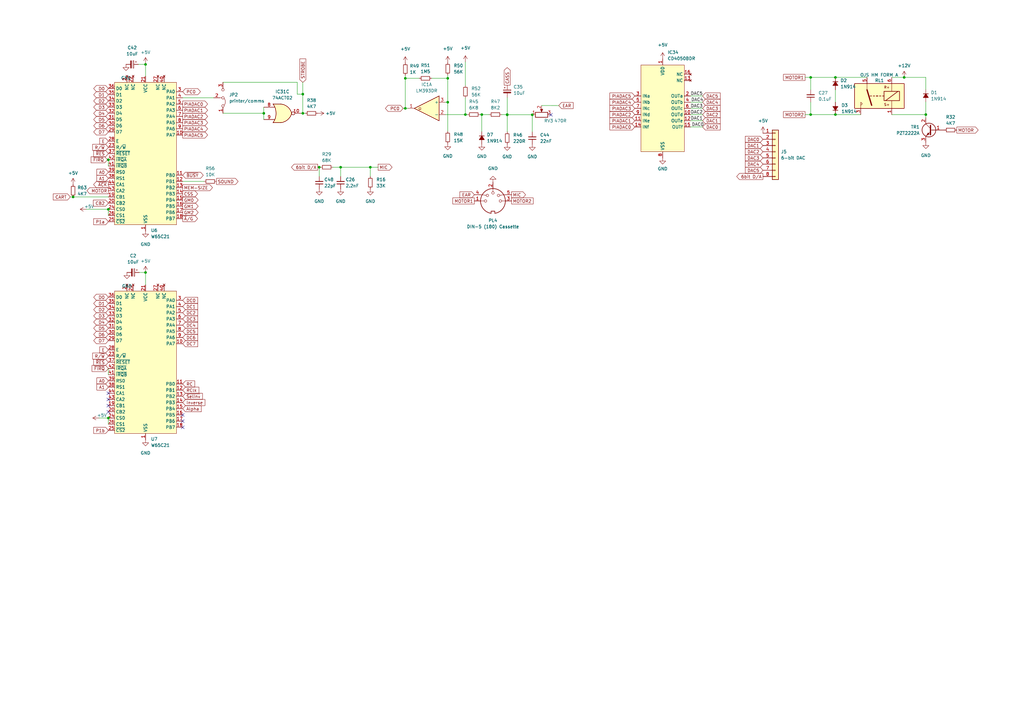
<source format=kicad_sch>
(kicad_sch (version 20230121) (generator eeschema)
  (paper "A3")
  (title_block (title "Dragon 32 CPU UK PAL") (date "2023-05-25") (rev "3.0") (company "Dragon Data") (comment 1 "Modified by Julian Brown") (comment 2 "SAMx4 by Ciaran Anscomb"))
  (lib_symbols
    (symbol "74xx:74LS02" (pin_names (offset 1.016))
      (property "Reference" "U" (at 0 1.27 0))
      (property "Value" "74LS02" (at 0 -1.27 0))
      (symbol "74LS02_1_1"
        (pin output inverted (at 7.62 0 180) (length 3.81) (name "~") (number "1"))
        (pin input line (at -7.62 2.54 0) (length 4.318) (name "~") (number "2"))
        (pin input line (at -7.62 -2.54 0) (length 4.318) (name "~") (number "3"))
      )
      (symbol "74LS02_1_2"
        (pin output line (at 7.62 0 180) (length 3.81) (name "~") (number "1"))
        (pin input inverted (at -7.62 2.54 0) (length 3.81) (name "~") (number "2"))
        (pin input inverted (at -7.62 -2.54 0) (length 3.81) (name "~") (number "3"))
      )
      (symbol "74LS02_2_1"
        (pin output inverted (at 7.62 0 180) (length 3.81) (name "~") (number "4"))
        (pin input line (at -7.62 2.54 0) (length 4.318) (name "~") (number "5"))
        (pin input line (at -7.62 -2.54 0) (length 4.318) (name "~") (number "6"))
      )
      (symbol "74LS02_2_2"
        (pin output line (at 7.62 0 180) (length 3.81) (name "~") (number "4"))
        (pin input inverted (at -7.62 2.54 0) (length 3.81) (name "~") (number "5"))
        (pin input inverted (at -7.62 -2.54 0) (length 3.81) (name "~") (number "6"))
      )
      (symbol "74LS02_3_1"
        (pin output inverted (at 7.62 0 180) (length 3.81) (name "~") (number "10"))
        (pin input line (at -7.62 2.54 0) (length 4.318) (name "~") (number "8"))
        (pin input line (at -7.62 -2.54 0) (length 4.318) (name "~") (number "9"))
      )
      (symbol "74LS02_3_2"
        (pin output line (at 7.62 0 180) (length 3.81) (name "~") (number "10"))
        (pin input inverted (at -7.62 2.54 0) (length 3.81) (name "~") (number "8"))
        (pin input inverted (at -7.62 -2.54 0) (length 3.81) (name "~") (number "9"))
      )
      (symbol "74LS02_4_1"
        (pin input line (at -7.62 2.54 0) (length 4.318) (name "~") (number "11"))
        (pin input line (at -7.62 -2.54 0) (length 4.318) (name "~") (number "12"))
        (pin output inverted (at 7.62 0 180) (length 3.81) (name "~") (number "13"))
      )
      (symbol "74LS02_4_2"
        (pin input inverted (at -7.62 2.54 0) (length 3.81) (name "~") (number "11"))
        (pin input inverted (at -7.62 -2.54 0) (length 3.81) (name "~") (number "12"))
        (pin output line (at 7.62 0 180) (length 3.81) (name "~") (number "13"))
      )
      (symbol "74LS02_5_0"
        (pin power_in line (at 0 12.7 270) (length 5.08) (name "VCC") (number "14"))
        (pin power_in line (at 0 -12.7 90) (length 5.08) (name "GND") (number "7"))
      )
    )
    (symbol "Comparator:LM393" (pin_names (offset 0.127))
      (property "Reference" "U" (at 3.81 3.81 0))
      (property "Value" "LM393" (at 6.35 -3.81 0))
      (symbol "LM393_1_1"
        (pin open_collector line (at 7.62 0 180) (length 2.54) (name "~") (number "1"))
        (pin input line (at -7.62 -2.54 0) (length 2.54) (name "-") (number "2"))
        (pin input line (at -7.62 2.54 0) (length 2.54) (name "+") (number "3"))
      )
      (symbol "LM393_2_1"
        (pin input line (at -7.62 2.54 0) (length 2.54) (name "+") (number "5"))
        (pin input line (at -7.62 -2.54 0) (length 2.54) (name "_") (number "6"))
        (pin open_collector line (at 7.62 0 180) (length 2.54) (name "~") (number "7"))
      )
      (symbol "LM393_3_1"
        (pin power_in line (at -2.54 -7.62 90) (length 3.81) (name "V-") (number "4"))
        (pin power_in line (at -2.54 7.62 270) (length 3.81) (name "V+") (number "8"))
      )
    )
    (symbol "Connector:DIN-5_180degree" (pin_names (offset 1.016))
      (property "Reference" "J" (at 3.175 5.715 0))
      (property "Value" "DIN-5_180degree" (at 0 -6.35 0))
      (symbol "DIN-5_180degree_1_1"
        (pin passive line (at -7.62 0 0) (length 2.54) (name "~") (number "1"))
        (pin passive line (at 0 7.62 270) (length 2.54) (name "~") (number "2"))
        (pin passive line (at 7.62 0 180) (length 2.54) (name "~") (number "3"))
        (pin passive line (at -7.62 2.54 0) (length 2.54) (name "~") (number "4"))
        (pin passive line (at 7.62 2.54 180) (length 2.54) (name "~") (number "5"))
      )
    )
    (symbol "Connector_Generic:Conn_01x08" (pin_names (offset 1.016) hide)
      (property "Reference" "J" (at 0 10.16 0))
      (property "Value" "Conn_01x08" (at 0 -12.7 0))
      (symbol "Conn_01x08_1_1"
        (pin passive line (at -5.08 7.62 0) (length 3.81) (name "Pin_1") (number "1"))
        (pin passive line (at -5.08 5.08 0) (length 3.81) (name "Pin_2") (number "2"))
        (pin passive line (at -5.08 2.54 0) (length 3.81) (name "Pin_3") (number "3"))
        (pin passive line (at -5.08 0 0) (length 3.81) (name "Pin_4") (number "4"))
        (pin passive line (at -5.08 -2.54 0) (length 3.81) (name "Pin_5") (number "5"))
        (pin passive line (at -5.08 -5.08 0) (length 3.81) (name "Pin_6") (number "6"))
        (pin passive line (at -5.08 -7.62 0) (length 3.81) (name "Pin_7") (number "7"))
        (pin passive line (at -5.08 -10.16 0) (length 3.81) (name "Pin_8") (number "8"))
      )
    )
    (symbol "Device:C_Polarized_Small" (pin_numbers hide) (pin_names (offset 0.254) hide)
      (property "Reference" "C" (at 0.254 1.778 0))
      (property "Value" "C_Polarized_Small" (at 0.254 -2.032 0))
      (symbol "C_Polarized_Small_1_1"
        (pin passive line (at 0 2.54 270) (length 1.8542) (name "~") (number "1"))
        (pin passive line (at 0 -2.54 90) (length 1.8542) (name "~") (number "2"))
      )
    )
    (symbol "Device:C_Small" (pin_numbers hide) (pin_names (offset 0.254) hide)
      (property "Reference" "C" (at 0.254 1.778 0))
      (property "Value" "C_Small" (at 0.254 -2.032 0))
      (symbol "C_Small_1_1"
        (pin passive line (at 0 2.54 270) (length 2.032) (name "~") (number "1"))
        (pin passive line (at 0 -2.54 90) (length 2.032) (name "~") (number "2"))
      )
    )
    (symbol "Device:D_Small_Filled" (pin_numbers hide) (pin_names (offset 0.254) hide)
      (property "Reference" "D" (at -1.27 2.032 0))
      (property "Value" "D_Small_Filled" (at -3.81 -2.032 0))
      (symbol "D_Small_Filled_1_1"
        (pin passive line (at -2.54 0 0) (length 1.778) (name "K") (number "1"))
        (pin passive line (at 2.54 0 180) (length 1.778) (name "A") (number "2"))
      )
    )
    (symbol "Device:R_Potentiometer" (pin_names (offset 1.016) hide)
      (property "Reference" "RV" (at -4.445 0 90))
      (property "Value" "R_Potentiometer" (at -2.54 0 90))
      (symbol "R_Potentiometer_1_1"
        (pin passive line (at 0 3.81 270) (length 1.27) (name "1") (number "1"))
        (pin passive line (at 3.81 0 180) (length 1.27) (name "2") (number "2"))
        (pin passive line (at 0 -3.81 90) (length 1.27) (name "3") (number "3"))
      )
    )
    (symbol "Device:R_Small" (pin_numbers hide) (pin_names (offset 0.254) hide)
      (property "Reference" "R" (at 0.762 0.508 0))
      (property "Value" "R_Small" (at 0.762 -1.016 0))
      (symbol "R_Small_1_1"
        (pin passive line (at 0 2.54 270) (length 0.762) (name "~") (number "1"))
        (pin passive line (at 0 -2.54 90) (length 0.762) (name "~") (number "2"))
      )
    )
    (symbol "Jumper:Jumper_3_Bridged12" (pin_names (offset 0) hide)
      (property "Reference" "JP" (at -2.54 -2.54 0))
      (property "Value" "Jumper_3_Bridged12" (at 0 2.794 0))
      (symbol "Jumper_3_Bridged12_1_1"
        (pin passive line (at -6.35 0 0) (length 2.54) (name "A") (number "1"))
        (pin input line (at 0 -3.81 90) (length 2.54) (name "C") (number "2"))
        (pin passive line (at 6.35 0 180) (length 2.54) (name "B") (number "3"))
      )
    )
    (symbol "Motorola PIA:MC14050BCP"
      (property "Reference" "U" (at 0 8.89 0))
      (property "Value" "MC14050BCP" (at 0 -10.16 0))
      (symbol "MC14050BCP_1_1"
        (pin power_in line (at 0 20.32 270) (length 2.54) (name "VDD") (number "1"))
        (pin output line (at 11.43 -2.54 180) (length 2.54) (name "OUTd") (number "10"))
        (pin input line (at -11.43 -5.08 0) (length 2.54) (name "INe") (number "11"))
        (pin output line (at 11.43 -5.08 180) (length 2.54) (name "OUTe") (number "12"))
        (pin no_connect line (at 11.43 11.43 180) (length 2.54) (name "NC") (number "13"))
        (pin input line (at -11.43 -7.62 0) (length 2.54) (name "INf") (number "14"))
        (pin output line (at 11.43 -7.62 180) (length 2.54) (name "OUTf") (number "15"))
        (pin no_connect line (at 11.43 13.97 180) (length 2.54) (name "NC") (number "16"))
        (pin output line (at 11.43 5.08 180) (length 2.54) (name "OUTa") (number "2"))
        (pin input line (at -11.43 5.08 0) (length 2.54) (name "INa") (number "3"))
        (pin output line (at 11.43 2.54 180) (length 2.54) (name "OUTb") (number "4"))
        (pin input line (at -11.43 2.54 0) (length 2.54) (name "INb") (number "5"))
        (pin output line (at 11.43 0 180) (length 2.54) (name "OUTc") (number "6"))
        (pin input line (at -11.43 0 0) (length 2.54) (name "INc") (number "7"))
        (pin power_in line (at 0 -20.32 90) (length 2.54) (name "VSS") (number "8"))
        (pin input line (at -11.43 -2.54 0) (length 2.54) (name "INd") (number "9"))
      )
    )
    (symbol "Motorola PIA:W65C21"
      (property "Reference" "U" (at 0 1.27 0))
      (property "Value" "W65C21" (at 0 -1.27 0))
      (symbol "W65C21_1_0"
        (pin output line (at -15.24 -3.81 0) (length 2.54) (name "~{IRQB}") (number "41"))
        (pin output line (at -15.24 -1.27 0) (length 2.54) (name "~{IRQA}") (number "42"))
        (pin input line (at -15.24 -13.97 0) (length 2.54) (name "CA2") (number "43"))
        (pin input line (at -15.24 -11.43 0) (length 2.54) (name "CA1") (number "44"))
      )
      (symbol "W65C21_1_1"
        (pin passive line (at 0 -30.48 90) (length 2.54) (name "VSS") (number "1"))
        (pin bidirectional line (at 15.24 8.89 180) (length 2.54) (name "PA7") (number "10"))
        (pin bidirectional line (at 15.24 -7.62 180) (length 2.54) (name "PB0") (number "11"))
        (pin bidirectional line (at 15.24 -10.16 180) (length 2.54) (name "PB1") (number "12"))
        (pin bidirectional line (at 15.24 -12.7 180) (length 2.54) (name "PB2") (number "13"))
        (pin bidirectional line (at 15.24 -15.24 180) (length 2.54) (name "PB3") (number "14"))
        (pin bidirectional line (at 15.24 -17.78 180) (length 2.54) (name "PB4") (number "15"))
        (pin bidirectional line (at 15.24 -20.32 180) (length 2.54) (name "PB5") (number "16"))
        (pin bidirectional line (at 15.24 -22.86 180) (length 2.54) (name "PB6") (number "17"))
        (pin bidirectional line (at 15.24 -25.4 180) (length 2.54) (name "PB7") (number "18"))
        (pin input line (at -15.24 -16.51 0) (length 2.54) (name "CB1") (number "19"))
        (pin no_connect line (at -7.62 33.02 270) (length 2.54) (name "NC") (number "2"))
        (pin input line (at -15.24 -19.05 0) (length 2.54) (name "CB2") (number "20"))
        (pin passive line (at 0 33.02 270) (length 2.54) (name "VCC") (number "21"))
        (pin no_connect line (at -5.08 33.02 270) (length 2.54) (name "NC") (number "22"))
        (pin input line (at -15.24 3.81 0) (length 2.54) (name "R/~{W}") (number "23"))
        (pin input line (at -15.24 -21.59 0) (length 2.54) (name "CS0") (number "24"))
        (pin input line (at -15.24 -26.67 0) (length 2.54) (name "~{CS2}") (number "25"))
        (pin input line (at -15.24 -24.13 0) (length 2.54) (name "CS1") (number "26"))
        (pin no_connect line (at 5.08 33.02 270) (length 2.54) (name "NC") (number "27"))
        (pin input line (at -15.24 6.35 0) (length 2.54) (name "E") (number "28"))
        (pin bidirectional line (at -15.24 10.16 0) (length 2.54) (name "D7") (number "29"))
        (pin bidirectional line (at 15.24 26.67 180) (length 2.54) (name "PA0") (number "3"))
        (pin bidirectional line (at -15.24 12.7 0) (length 2.54) (name "D6") (number "30"))
        (pin bidirectional line (at -15.24 15.24 0) (length 2.54) (name "D5") (number "31"))
        (pin bidirectional line (at -15.24 17.78 0) (length 2.54) (name "D4") (number "32"))
        (pin bidirectional line (at -15.24 20.32 0) (length 2.54) (name "D3") (number "33"))
        (pin bidirectional line (at -15.24 22.86 0) (length 2.54) (name "D2") (number "34"))
        (pin bidirectional line (at -15.24 25.4 0) (length 2.54) (name "D1") (number "35"))
        (pin bidirectional line (at -15.24 27.94 0) (length 2.54) (name "D0") (number "36"))
        (pin input line (at -15.24 1.27 0) (length 2.54) (name "~{RESET}") (number "37"))
        (pin input line (at -15.24 -8.89 0) (length 2.54) (name "RS1") (number "38"))
        (pin input line (at -15.24 -6.35 0) (length 2.54) (name "RS0") (number "39"))
        (pin bidirectional line (at 15.24 24.13 180) (length 2.54) (name "PA1") (number "4"))
        (pin no_connect line (at 7.62 33.02 270) (length 2.54) (name "NC") (number "40"))
        (pin bidirectional line (at 15.24 21.59 180) (length 2.54) (name "PA2") (number "5"))
        (pin bidirectional line (at 15.24 19.05 180) (length 2.54) (name "PA3") (number "6"))
        (pin bidirectional line (at 15.24 16.51 180) (length 2.54) (name "PA4") (number "7"))
        (pin bidirectional line (at 15.24 13.97 180) (length 2.54) (name "PA5") (number "8"))
        (pin bidirectional line (at 15.24 11.43 180) (length 2.54) (name "PA6") (number "9"))
      )
    )
    (symbol "Relay:ADW11"
      (property "Reference" "K" (at 11.43 3.81 0))
      (property "Value" "ADW11" (at 13.97 1.27 0))
      (symbol "ADW11_1_1"
        (text "R+" (at -3.048 -3.556 0) (effects (font (size 1.016 1.016))))
        (text "S+" (at -3.048 3.556 0) (effects (font (size 1.016 1.016))))
        (pin passive line (at -5.08 7.62 270) (length 2.54) (name "~") (number "1"))
        (pin passive line (at 7.62 7.62 270) (length 2.54) (name "~") (number "3"))
        (pin passive line (at 5.08 -7.62 90) (length 2.54) (name "~") (number "5"))
        (pin passive line (at -5.08 -7.62 90) (length 2.54) (name "~") (number "6"))
      )
    )
    (symbol "Transistor_BJT:PZT2222A" (pin_names (offset 0) hide)
      (property "Reference" "Q" (at 5.08 1.905 0))
      (property "Value" "PZT2222A" (at 5.08 0 0))
      (symbol "PZT2222A_1_1"
        (pin input line (at -5.08 0 0) (length 5.08) (name "B") (number "1"))
        (pin passive line (at 2.54 5.08 270) (length 2.54) (name "C") (number "2"))
        (pin passive line (at 2.54 -5.08 90) (length 2.54) (name "E") (number "3"))
      )
    )
    (symbol "power:+12V" (power) (pin_names (offset 0))
      (property "Value" "+12V" (at 0 3.556 0))
      (symbol "+12V_1_1"
        (pin power_in line (at 0 0 90) (length 0) hide (name "+12V") (number "1"))
      )
    )
    (symbol "power:+5V" (power) (pin_names (offset 0))
      (property "Value" "+5V" (at 0 3.556 0))
      (symbol "+5V_1_1"
        (pin power_in line (at 0 0 90) (length 0) hide (name "+5V") (number "1"))
      )
    )
    (symbol "power:GND" (power) (pin_names (offset 0))
      (property "Value" "GND" (at 0 -3.81 0))
      (symbol "GND_1_1"
        (pin power_in line (at 0 0 270) (length 0) hide (name "GND") (number "1"))
      )
    )
  )
  (junction (at 370.84 31.75))
  (junction (at 166.243 32.131))
  (junction (at 190.881 46.99))
  (junction (at 166.243 44.45))
  (junction (at 342.646 31.75))
  (junction (at 29.972 80.772))
  (junction (at 183.642 32.131))
  (junction (at 197.612 46.99))
  (junction (at 218.313 47.0903))
  (junction (at 151.892 68.58))
  (junction (at 342.646 46.99))
  (junction (at 130.937 68.58))
  (junction (at 59.69 111.76))
  (junction (at 139.7 68.58))
  (junction (at 124.206 38.608))
  (junction (at 44.45 65.532))
  (junction (at 208.026 47.0903))
  (junction (at 108.204 46.482))
  (junction (at 124.206 46.482))
  (junction (at 44.45 85.852))
  (junction (at 59.69 26.416))
  (junction (at 183.642 41.91))
  (junction (at 332.486 31.75))
  (junction (at 379.73 46.99))
  (junction (at 44.45 171.45))
  (junction (at 332.486 46.99))
  (junction (at 208.026 46.99))
  (no_connect (at 74.93 170.18))
  (no_connect (at 44.45 166.37))
  (no_connect (at 44.45 161.29))
  (no_connect (at 44.45 163.83))
  (no_connect (at 44.45 168.91))
  (no_connect (at 74.93 172.72))
  (no_connect (at 225.933 47.0903))
  (no_connect (at 74.93 175.26))
  (wire (pts (xy 288.163 39.37) (xy 283.21 39.37)))
  (wire (pts (xy 218.313 47.0903) (xy 208.026 47.0903)))
  (wire (pts (xy 40.64 171.45) (xy 44.45 171.45)))
  (wire (pts (xy 121.92 38.608) (xy 124.206 38.608)))
  (wire (pts (xy 183.642 30.734) (xy 183.642 32.131)))
  (wire (pts (xy 365.76 46.99) (xy 379.73 46.99)))
  (wire (pts (xy 330.2 46.99) (xy 332.486 46.99)))
  (wire (pts (xy 130.302 68.58) (xy 130.937 68.58)))
  (wire (pts (xy 370.84 31.75) (xy 379.73 31.75)))
  (wire (pts (xy 108.204 46.482) (xy 108.204 49.022)))
  (wire (pts (xy 87.63 40.132) (xy 74.93 40.132)))
  (wire (pts (xy 183.642 41.91) (xy 182.626 41.91)))
  (wire (pts (xy 166.243 44.45) (xy 167.386 44.45)))
  (wire (pts (xy 229.1749 43.2859) (xy 222.123 43.2803)))
  (wire (pts (xy 166.243 32.131) (xy 166.243 44.45)))
  (wire (pts (xy 190.881 46.99) (xy 182.626 46.99)))
  (wire (pts (xy 123.444 46.482) (xy 124.206 46.482)))
  (wire (pts (xy 124.206 33.782) (xy 124.206 38.608)))
  (wire (pts (xy 44.069 65.532) (xy 44.45 65.532)))
  (wire (pts (xy 44.45 65.532) (xy 44.45 68.072)))
  (wire (pts (xy 288.163 46.99) (xy 283.21 46.99)))
  (wire (pts (xy 28.829 80.772) (xy 29.972 80.772)))
  (wire (pts (xy 44.45 151.13) (xy 44.45 153.67)))
  (wire (pts (xy 379.73 41.783) (xy 379.73 46.99)))
  (wire (pts (xy 183.642 32.131) (xy 183.642 41.91)))
  (wire (pts (xy 288.163 44.45) (xy 283.21 44.45)))
  (wire (pts (xy 342.646 46.99) (xy 353.06 46.99)))
  (wire (pts (xy 151.892 68.58) (xy 139.7 68.58)))
  (wire (pts (xy 91.44 33.782) (xy 121.92 33.782)))
  (wire (pts (xy 208.026 46.99) (xy 205.74 46.99)))
  (wire (pts (xy 166.243 32.131) (xy 171.958 32.131)))
  (wire (pts (xy 365.76 31.75) (xy 370.84 31.75)))
  (wire (pts (xy 124.206 38.608) (xy 124.206 46.482)))
  (wire (pts (xy 166.243 30.861) (xy 166.243 32.131)))
  (wire (pts (xy 35.433 85.852) (xy 44.45 85.852)))
  (wire (pts (xy 139.7 68.58) (xy 136.525 68.58)))
  (wire (pts (xy 124.206 46.482) (xy 125.222 46.482)))
  (wire (pts (xy 218.313 54.102) (xy 218.313 47.0903)))
  (wire (pts (xy 44.45 85.852) (xy 44.45 88.392)))
  (wire (pts (xy 121.92 33.782) (xy 121.92 38.608)))
  (wire (pts (xy 57.15 111.76) (xy 59.69 111.76)))
  (wire (pts (xy 29.972 80.772) (xy 44.45 80.772)))
  (wire (pts (xy 332.486 46.99) (xy 342.646 46.99)))
  (wire (pts (xy 200.66 46.99) (xy 197.612 46.99)))
  (wire (pts (xy 183.642 32.131) (xy 177.038 32.131)))
  (wire (pts (xy 379.73 31.75) (xy 379.73 36.703)))
  (wire (pts (xy 151.892 68.58) (xy 151.892 72.39)))
  (wire (pts (xy 59.69 26.416) (xy 59.69 31.242)))
  (wire (pts (xy 288.163 52.07) (xy 283.21 52.07)))
  (wire (pts (xy 332.486 36.83) (xy 332.486 31.75)))
  (wire (pts (xy 108.204 43.942) (xy 108.204 46.482)))
  (wire (pts (xy 379.73 46.99) (xy 379.73 48.26)))
  (wire (pts (xy 208.026 40.005) (xy 208.026 46.99)))
  (wire (pts (xy 197.612 46.99) (xy 196.85 46.99)))
  (wire (pts (xy 44.45 171.45) (xy 44.45 173.99)))
  (wire (pts (xy 190.881 40.132) (xy 190.881 46.99)))
  (wire (pts (xy 183.642 41.91) (xy 183.642 53.848)))
  (wire (pts (xy 332.486 41.91) (xy 332.486 46.99)))
  (wire (pts (xy 288.163 49.53) (xy 283.21 49.53)))
  (wire (pts (xy 191.77 46.99) (xy 190.881 46.99)))
  (wire (pts (xy 83.693 74.422) (xy 74.93 74.422)))
  (wire (pts (xy 155.067 68.58) (xy 151.892 68.58)))
  (wire (pts (xy 190.881 25.4) (xy 190.881 35.052)))
  (wire (pts (xy 130.937 68.58) (xy 131.445 68.58)))
  (wire (pts (xy 59.69 26.162) (xy 59.69 26.416)))
  (wire (pts (xy 288.163 41.91) (xy 283.21 41.91)))
  (wire (pts (xy 342.646 36.83) (xy 342.646 41.91)))
  (wire (pts (xy 130.937 72.39) (xy 130.937 68.58)))
  (wire (pts (xy 208.026 54.102) (xy 208.026 47.0903)))
  (wire (pts (xy 332.486 31.75) (xy 342.646 31.75)))
  (wire (pts (xy 91.44 46.482) (xy 108.204 46.482)))
  (wire (pts (xy 197.612 53.975) (xy 197.612 46.99)))
  (wire (pts (xy 56.769 26.416) (xy 59.69 26.416)))
  (wire (pts (xy 139.7 68.58) (xy 139.7 72.39)))
  (wire (pts (xy 208.026 47.0903) (xy 208.026 46.99)))
  (wire (pts (xy 59.69 111.76) (xy 59.69 116.84)))
  (wire (pts (xy 330.2 31.75) (xy 332.486 31.75)))
  (wire (pts (xy 342.646 31.75) (xy 355.6 31.75)))
  (wire (pts (xy 165.354 44.45) (xy 166.243 44.45)))
  (label "DAC4" (at 283.4451 41.91 0))
  (label "DAC1" (at 283.21 49.53 0))
  (label "DAC2" (at 283.21 46.99 0))
  (label "DAC5" (at 283.21 39.37 0))
  (label "DAC3" (at 283.21 44.45 0))
  (label "DAC0" (at 283.6656 52.07 0))
  (global_label "PIADAC3" (shape input) (at 260.35 44.45 180) (property "Intersheetrefs" "${INTERSHEET_REFS}" (effects hide)))
  (global_label "PIADAC1" (shape output) (at 74.93 45.212 0) (property "Intersheetrefs" "${INTERSHEET_REFS}" (effects hide)))
  (global_label "RClk" (shape input) (at 74.93 160.02 0) (property "Intersheetrefs" "${INTERSHEET_REFS}" (effects hide)))
  (global_label "Inverse" (shape input) (at 74.93 165.1 0) (property "Intersheetrefs" "${INTERSHEET_REFS}" (effects hide)))
  (global_label "D3" (shape bidirectional) (at 44.45 43.942 180) (property "Intersheetrefs" "${INTERSHEET_REFS}" (effects hide)))
  (global_label "Alpha" (shape input) (at 74.93 167.64 0) (property "Intersheetrefs" "${INTERSHEET_REFS}" (effects hide)))
  (global_label "D0" (shape bidirectional) (at 44.45 36.322 180) (property "Intersheetrefs" "${INTERSHEET_REFS}" (effects hide)))
  (global_label "D4" (shape bidirectional) (at 44.45 132.08 180) (property "Intersheetrefs" "${INTERSHEET_REFS}" (effects hide)))
  (global_label "PIADAC4" (shape output) (at 74.93 52.832 0) (property "Intersheetrefs" "${INTERSHEET_REFS}" (effects hide)))
  (global_label "CASS" (shape output) (at 208.026 34.925 90) (property "Intersheetrefs" "${INTERSHEET_REFS}" (effects hide)))
  (global_label "D1" (shape bidirectional) (at 44.45 124.46 180) (property "Intersheetrefs" "${INTERSHEET_REFS}" (effects hide)))
  (global_label "DAC1" (shape input) (at 288.163 49.53 0) (property "Intersheetrefs" "${INTERSHEET_REFS}" (effects hide)))
  (global_label "A1" (shape input) (at 44.45 73.152 180) (property "Intersheetrefs" "${INTERSHEET_REFS}" (effects hide)))
  (global_label "DC6" (shape input) (at 74.93 138.43 0) (property "Intersheetrefs" "${INTERSHEET_REFS}" (effects hide)))
  (global_label "EAR" (shape input) (at 194.564 79.883 180) (property "Intersheetrefs" "${INTERSHEET_REFS}" (effects hide)))
  (global_label "E" (shape input) (at 44.45 143.51 180) (property "Intersheetrefs" "${INTERSHEET_REFS}" (effects hide)))
  (global_label "RC" (shape input) (at 74.93 157.48 0) (property "Intersheetrefs" "${INTERSHEET_REFS}" (effects hide)))
  (global_label "DAC0" (shape input) (at 288.163 52.07 0) (property "Intersheetrefs" "${INTERSHEET_REFS}" (effects hide)))
  (global_label "DAC4" (shape input) (at 312.928 67.31 180) (property "Intersheetrefs" "${INTERSHEET_REFS}" (effects hide)))
  (global_label "PIADAC2" (shape input) (at 260.35 46.99 180) (property "Intersheetrefs" "${INTERSHEET_REFS}" (effects hide)))
  (global_label "DC4" (shape input) (at 74.93 133.35 0) (property "Intersheetrefs" "${INTERSHEET_REFS}" (effects hide)))
  (global_label "P1b" (shape input) (at 44.45 176.53 180) (property "Intersheetrefs" "${INTERSHEET_REFS}" (effects hide)))
  (global_label "~{RES}" (shape input) (at 44.45 62.992 180) (property "Intersheetrefs" "${INTERSHEET_REFS}" (effects hide)))
  (global_label "D0" (shape bidirectional) (at 44.45 121.92 180) (property "Intersheetrefs" "${INTERSHEET_REFS}" (effects hide)))
  (global_label "PIADAC2" (shape output) (at 74.93 47.752 0) (property "Intersheetrefs" "${INTERSHEET_REFS}" (effects hide)))
  (global_label "D3" (shape bidirectional) (at 44.45 129.54 180) (property "Intersheetrefs" "${INTERSHEET_REFS}" (effects hide)))
  (global_label "D2" (shape bidirectional) (at 44.45 41.402 180) (property "Intersheetrefs" "${INTERSHEET_REFS}" (effects hide)))
  (global_label "MOTOR" (shape output) (at 44.45 78.232 180) (property "Intersheetrefs" "${INTERSHEET_REFS}" (effects hide)))
  (global_label "DC1" (shape input) (at 74.93 125.73 0) (property "Intersheetrefs" "${INTERSHEET_REFS}" (effects hide)))
  (global_label "6bit D{slash}A" (shape output) (at 312.928 72.39 180) (property "Intersheetrefs" "${INTERSHEET_REFS}" (effects hide)))
  (global_label "MIC" (shape output) (at 155.067 68.58 0) (property "Intersheetrefs" "${INTERSHEET_REFS}" (effects hide)))
  (global_label "A0" (shape input) (at 44.45 156.21 180) (property "Intersheetrefs" "${INTERSHEET_REFS}" (effects hide)))
  (global_label "~{SelInv}" (shape input) (at 74.93 162.56 0) (property "Intersheetrefs" "${INTERSHEET_REFS}" (effects hide)))
  (global_label "DC2" (shape input) (at 74.93 128.27 0) (property "Intersheetrefs" "${INTERSHEET_REFS}" (effects hide)))
  (global_label "~{BUSY}" (shape bidirectional) (at 74.93 71.882 0) (property "Intersheetrefs" "${INTERSHEET_REFS}" (effects hide)))
  (global_label "D7" (shape bidirectional) (at 44.45 139.7 180) (property "Intersheetrefs" "${INTERSHEET_REFS}" (effects hide)))
  (global_label "GM2" (shape output) (at 74.93 87.122 0) (property "Intersheetrefs" "${INTERSHEET_REFS}" (effects hide)))
  (global_label "GM1" (shape output) (at 74.93 84.582 0) (property "Intersheetrefs" "${INTERSHEET_REFS}" (effects hide)))
  (global_label "D5" (shape bidirectional) (at 44.45 49.022 180) (property "Intersheetrefs" "${INTERSHEET_REFS}" (effects hide)))
  (global_label "D7" (shape bidirectional) (at 44.45 54.102 180) (property "Intersheetrefs" "${INTERSHEET_REFS}" (effects hide)))
  (global_label "DC7" (shape input) (at 74.93 140.97 0) (property "Intersheetrefs" "${INTERSHEET_REFS}" (effects hide)))
  (global_label "~{ACK}" (shape output) (at 44.45 75.692 180) (property "Intersheetrefs" "${INTERSHEET_REFS}" (effects hide)))
  (global_label "D2" (shape bidirectional) (at 44.45 127 180) (property "Intersheetrefs" "${INTERSHEET_REFS}" (effects hide)))
  (global_label "MOTOR2" (shape passive) (at 209.804 82.423 0) (property "Intersheetrefs" "${INTERSHEET_REFS}" (effects hide)))
  (global_label "MIC" (shape output) (at 209.804 79.883 0) (property "Intersheetrefs" "${INTERSHEET_REFS}" (effects hide)))
  (global_label "PIADAC0" (shape input) (at 260.35 52.07 180) (property "Intersheetrefs" "${INTERSHEET_REFS}" (effects hide)))
  (global_label "MOTOR1" (shape passive) (at 194.564 82.423 180) (property "Intersheetrefs" "${INTERSHEET_REFS}" (effects hide)))
  (global_label "DAC1" (shape input) (at 312.928 59.69 180) (property "Intersheetrefs" "${INTERSHEET_REFS}" (effects hide)))
  (global_label "MOTOR" (shape output) (at 392.43 53.34 0) (property "Intersheetrefs" "${INTERSHEET_REFS}" (effects hide)))
  (global_label "DC5" (shape input) (at 74.93 135.89 0) (property "Intersheetrefs" "${INTERSHEET_REFS}" (effects hide)))
  (global_label "DAC4" (shape input) (at 288.163 41.91 0) (property "Intersheetrefs" "${INTERSHEET_REFS}" (effects hide)))
  (global_label "PIADAC0" (shape output) (at 74.93 42.672 0) (property "Intersheetrefs" "${INTERSHEET_REFS}" (effects hide)))
  (global_label "EAR" (shape input) (at 229.1749 43.2859 0) (property "Intersheetrefs" "${INTERSHEET_REFS}" (effects hide)))
  (global_label "E" (shape input) (at 44.45 57.912 180) (property "Intersheetrefs" "${INTERSHEET_REFS}" (effects hide)))
  (global_label "~{FIRQ}" (shape input) (at 44.069 65.532 180) (property "Intersheetrefs" "${INTERSHEET_REFS}" (effects hide)))
  (global_label "~{FIRQ}" (shape input) (at 44.45 151.13 180) (property "Intersheetrefs" "${INTERSHEET_REFS}" (effects hide)))
  (global_label "PIADAC5" (shape input) (at 260.35 39.37 180) (property "Intersheetrefs" "${INTERSHEET_REFS}" (effects hide)))
  (global_label "CART" (shape input) (at 28.829 80.772 180) (property "Intersheetrefs" "${INTERSHEET_REFS}" (effects hide)))
  (global_label "MOTOR1" (shape passive) (at 330.2 31.75 180) (property "Intersheetrefs" "${INTERSHEET_REFS}" (effects hide)))
  (global_label "PC0" (shape bidirectional) (at 165.354 44.45 180) (property "Intersheetrefs" "${INTERSHEET_REFS}" (effects hide)))
  (global_label "SOUND" (shape output) (at 88.773 74.422 0) (property "Intersheetrefs" "${INTERSHEET_REFS}" (effects hide)))
  (global_label "DC0" (shape input) (at 74.93 123.19 0) (property "Intersheetrefs" "${INTERSHEET_REFS}" (effects hide)))
  (global_label "DAC2" (shape input) (at 312.928 62.23 180) (property "Intersheetrefs" "${INTERSHEET_REFS}" (effects hide)))
  (global_label "PIADAC3" (shape output) (at 74.93 50.292 0) (property "Intersheetrefs" "${INTERSHEET_REFS}" (effects hide)))
  (global_label "A0" (shape input) (at 44.45 70.612 180) (property "Intersheetrefs" "${INTERSHEET_REFS}" (effects hide)))
  (global_label "D6" (shape bidirectional) (at 44.45 51.562 180) (property "Intersheetrefs" "${INTERSHEET_REFS}" (effects hide)))
  (global_label "~{RES}" (shape input) (at 44.45 148.59 180) (property "Intersheetrefs" "${INTERSHEET_REFS}" (effects hide)))
  (global_label "R{slash}~{W}" (shape input) (at 44.45 60.452 180) (property "Intersheetrefs" "${INTERSHEET_REFS}" (effects hide)))
  (global_label "DAC5" (shape input) (at 288.163 39.37 0) (property "Intersheetrefs" "${INTERSHEET_REFS}" (effects hide)))
  (global_label "A1" (shape input) (at 44.45 158.75 180) (property "Intersheetrefs" "${INTERSHEET_REFS}" (effects hide)))
  (global_label "P1a" (shape input) (at 44.45 90.932 180) (property "Intersheetrefs" "${INTERSHEET_REFS}" (effects hide)))
  (global_label "CB2" (shape input) (at 44.45 83.312 180) (property "Intersheetrefs" "${INTERSHEET_REFS}" (effects hide)))
  (global_label "6bit D{slash}A" (shape output) (at 130.302 68.58 180) (property "Intersheetrefs" "${INTERSHEET_REFS}" (effects hide)))
  (global_label "MOTOR2" (shape passive) (at 330.2 46.99 180) (property "Intersheetrefs" "${INTERSHEET_REFS}" (effects hide)))
  (global_label "PIADAC5" (shape output) (at 74.93 55.372 0) (property "Intersheetrefs" "${INTERSHEET_REFS}" (effects hide)))
  (global_label "DAC3" (shape input) (at 288.163 44.45 0) (property "Intersheetrefs" "${INTERSHEET_REFS}" (effects hide)))
  (global_label "DAC3" (shape input) (at 312.928 64.77 180) (property "Intersheetrefs" "${INTERSHEET_REFS}" (effects hide)))
  (global_label "D5" (shape bidirectional) (at 44.45 134.62 180) (property "Intersheetrefs" "${INTERSHEET_REFS}" (effects hide)))
  (global_label "PIADAC4" (shape input) (at 260.35 41.91 180) (property "Intersheetrefs" "${INTERSHEET_REFS}" (effects hide)))
  (global_label "GM0" (shape output) (at 74.93 82.042 0) (property "Intersheetrefs" "${INTERSHEET_REFS}" (effects hide)))
  (global_label "PC0" (shape bidirectional) (at 74.93 37.592 0) (property "Intersheetrefs" "${INTERSHEET_REFS}" (effects hide)))
  (global_label "R{slash}~{W}" (shape input) (at 44.45 146.05 180) (property "Intersheetrefs" "${INTERSHEET_REFS}" (effects hide)))
  (global_label "DAC2" (shape input) (at 288.163 46.99 0) (property "Intersheetrefs" "${INTERSHEET_REFS}" (effects hide)))
  (global_label "PIADAC1" (shape input) (at 260.35 49.53 180) (property "Intersheetrefs" "${INTERSHEET_REFS}" (effects hide)))
  (global_label "CSS" (shape output) (at 74.93 79.502 0) (property "Intersheetrefs" "${INTERSHEET_REFS}" (effects hide)))
  (global_label "DAC5" (shape input) (at 312.928 69.85 180) (property "Intersheetrefs" "${INTERSHEET_REFS}" (effects hide)))
  (global_label "DC3" (shape input) (at 74.93 130.81 0) (property "Intersheetrefs" "${INTERSHEET_REFS}" (effects hide)))
  (global_label "D1" (shape bidirectional) (at 44.45 38.862 180) (property "Intersheetrefs" "${INTERSHEET_REFS}" (effects hide)))
  (global_label "STROBE" (shape input) (at 124.206 33.782 90) (property "Intersheetrefs" "${INTERSHEET_REFS}" (effects hide)))
  (global_label "D6" (shape bidirectional) (at 44.45 137.16 180) (property "Intersheetrefs" "${INTERSHEET_REFS}" (effects hide)))
  (global_label "D4" (shape bidirectional) (at 44.45 46.482 180) (property "Intersheetrefs" "${INTERSHEET_REFS}" (effects hide)))
  (global_label "DAC0" (shape input) (at 312.928 57.15 180) (property "Intersheetrefs" "${INTERSHEET_REFS}" (effects hide)))
  (global_label "~{A}{slash}G" (shape output) (at 74.93 89.662 0) (property "Intersheetrefs" "${INTERSHEET_REFS}" (effects hide)))
  (global_label "MEM-SIZE" (shape output) (at 74.93 76.962 0) (property "Intersheetrefs" "${INTERSHEET_REFS}" (effects hide)))
  (symbol (lib_id "Device:R_Small") (at 389.89 53.34 270) (unit 1)
    (property "Reference" "R32" (at 389.89 48.006 90))
    (property "Value" "4K7" (at 389.89 50.546 90))
    (property "Footprint" "Resistor_SMD:R_0805_2012Metric_Pad1.20x1.40mm_HandSolder" (effects hide))
    (property "DigiKey" "CF14JT4K70CT-ND" (effects hide))
  )
  (symbol (lib_id "Device:C_Small") (at 332.486 39.37 180) (unit 1)
    (property "Reference" "C27" (at 335.661 38.0935 0) (effects (justify right)))
    (property "Value" "0.1uF" (at 335.661 40.6335 0) (effects (justify right)))
    (property "Footprint" "Capacitor_SMD:C_0805_2012Metric_Pad1.18x1.45mm_HandSolder" (effects hide))
    (property "Datasheet" "https://www.vishay.com/docs/45171/kseries.pdf" (effects hide))
    (property "DigiKey" "BC1101CT-ND" (effects hide))
  )
  (symbol (lib_id "power:+5V") (at 183.642 25.654 0) (unit 1)
    (property "Reference" "#PWR0219" (effects hide))
    (property "Value" "+5V" (at 183.642 19.939 0))
  )
  (symbol (lib_id "Device:D_Small_Filled") (at 197.612 56.515 270) (unit 1)
    (property "Reference" "D7" (at 199.644 55.2449 90) (effects (justify left)))
    (property "Value" "1N914" (at 199.644 57.7849 90) (effects (justify left)))
    (property "Footprint" "Diode_SMD:D_SOD-323_HandSoldering" (effects hide))
    (property "Datasheet" "http://www.vishay.com/docs/85622/1n914.pdf" (effects hide))
    (property "DigiKey" "1N914FS-ND" (effects hide))
  )
  (symbol (lib_id "Device:C_Small") (at 139.7 74.93 180) (unit 1)
    (property "Reference" "C26" (at 141.732 73.66 0) (effects (justify right)))
    (property "Value" "2.2nF" (at 141.732 76.2 0) (effects (justify right)))
    (property "Footprint" "Capacitor_SMD:C_0805_2012Metric_Pad1.18x1.45mm_HandSolder" (effects hide))
    (property "Datasheet" "https://www.vishay.com/docs/45171/kseries.pdf" (effects hide))
    (property "DigiKey" "BC1074CT-ND" (effects hide))
  )
  (symbol (lib_id "Relay:ADW11") (at 360.68 39.37 180) (unit 1)
    (property "Reference" "RL1" (at 362.585 33.02 0) (effects (justify left)))
    (property "Value" "OJS HM FORM A" (at 368.427 30.734 0) (effects (justify left)))
    (property "Footprint" "Dragon:OJS HM 10A Relay" (effects hide))
    (property "Datasheet" "https://www.te.com/commerce/DocumentDelivery/DDEController?Action=srchrtrv&DocNm=OJS_10A&DocType=DS&DocLang=English" (effects hide))
    (property "DigiKey" "41-OJS-SH-105HMF,00000-ND" (effects hide))
  )
  (symbol (lib_id "power:GND") (at 139.7 77.47 0) (unit 1)
    (property "Reference" "#PWR0233" (effects hide))
    (property "Value" "GND" (at 139.7 82.55 0))
  )
  (symbol (lib_id "Device:R_Small") (at 174.498 32.131 270) (unit 1)
    (property "Reference" "R51" (at 174.498 26.797 90))
    (property "Value" "1M5" (at 174.498 29.337 90))
    (property "Footprint" "Resistor_SMD:R_0805_2012Metric_Pad1.20x1.40mm_HandSolder" (effects hide))
    (property "DigiKey" "CF14JT1M50CT-ND" (effects hide))
  )
  (symbol (lib_id "power:+5V") (at 35.433 85.852 90) (unit 1)
    (property "Reference" "#PWR0237" (effects hide))
    (property "Value" "+5V" (at 34.544 84.709 90) (effects (justify right)))
  )
  (symbol (lib_id "Device:D_Small_Filled") (at 379.73 39.243 270) (unit 1)
    (property "Reference" "D1" (at 381.762 37.9729 90) (effects (justify left)))
    (property "Value" "1N914" (at 381.762 40.5129 90) (effects (justify left)))
    (property "Footprint" "Diode_SMD:D_SOD-323_HandSoldering" (effects hide))
    (property "Datasheet" "http://www.vishay.com/docs/85622/1n914.pdf" (effects hide))
    (property "DigiKey" "1N914FS-ND" (effects hide))
  )
  (symbol (lib_id "Connector:DIN-5_180degree") (at 202.184 82.423 0) (unit 1)
    (property "Reference" "PL4" (at 202.1841 90.424 0))
    (property "Value" "DIN-5 (180) Cassette" (at 202.1841 92.964 0))
    (property "Footprint" "Dragon:DIN-5_DELTRON_671-0501_45deg_Horizontal" (effects hide))
    (property "Datasheet" "https://www.dem-uk.com/deltron-components/Data/Product_Downloads/deltron-671-0501-5-way-din-socket-data.pdf" (effects hide))
    (property "Note" "RS Components" (effects hide))
  )
  (symbol (lib_id "Device:C_Small") (at 130.937 74.93 180) (unit 1)
    (property "Reference" "C48" (at 132.969 73.66 0) (effects (justify right)))
    (property "Value" "22pF" (at 132.969 76.2 0) (effects (justify right)))
    (property "Footprint" "Capacitor_SMD:C_0805_2012Metric_Pad1.18x1.45mm_HandSolder" (effects hide))
    (property "Datasheet" "https://connect.kemet.com:7667/gateway/IntelliData-ComponentDocumentation/1.0/download/datasheet/C315C220K2G5TA7301" (effects hide))
    (property "DigiKey" "399-13930-1-ND" (effects hide))
  )
  (symbol (lib_id "power:GND") (at 202.184 74.803 0) (mirror x) (unit 1)
    (property "Reference" "#PWR0241" (effects hide))
    (property "Value" "GND" (at 202.184 69.088 0))
  )
  (symbol (lib_id "power:GND") (at 379.73 58.42 0) (unit 1)
    (property "Reference" "#PWR0225" (effects hide))
    (property "Value" "GND" (at 379.73 63.754 0))
  )
  (symbol (lib_id "power:GND") (at 208.026 59.182 0) (unit 1)
    (property "Reference" "#PWR0239" (effects hide))
    (property "Value" "GND" (at 208.026 64.262 0))
  )
  (symbol (lib_id "Device:R_Small") (at 208.026 56.642 180) (unit 1)
    (property "Reference" "R46" (at 210.439 55.3719 0) (effects (justify right)))
    (property "Value" "220R" (at 210.439 57.9119 0) (effects (justify right)))
    (property "Footprint" "Resistor_SMD:R_0805_2012Metric_Pad1.20x1.40mm_HandSolder" (effects hide))
    (property "DigiKey" "CF14JT220RCT-ND" (effects hide))
  )
  (symbol (lib_id "power:GND") (at 151.892 77.47 0) (unit 1)
    (property "Reference" "#PWR0221" (effects hide))
    (property "Value" "GND" (at 151.892 82.55 0))
  )
  (symbol (lib_id "Device:R_Small") (at 194.31 46.99 270) (unit 1)
    (property "Reference" "R45" (at 194.31 41.656 90))
    (property "Value" "6K8" (at 194.31 44.196 90))
    (property "Footprint" "Resistor_SMD:R_0805_2012Metric_Pad1.20x1.40mm_HandSolder" (effects hide))
    (property "DigiKey" "CF14JT6K80CT-ND" (effects hide))
  )
  (symbol (lib_id "power:+5V") (at 271.78 24.13 0) (unit 1)
    (property "Reference" "#PWR0227" (effects hide))
    (property "Value" "+5V" (at 271.78 18.415 0))
  )
  (symbol (lib_id "power:GND") (at 130.937 77.47 0) (unit 1)
    (property "Reference" "#PWR0234" (effects hide))
    (property "Value" "GND" (at 130.937 82.55 0))
  )
  (symbol (lib_id "power:+5V") (at 130.302 46.482 270) (unit 1)
    (property "Reference" "#PWR0232" (effects hide))
    (property "Value" "+5V" (at 133.477 46.4819 90) (effects (justify left)))
  )
  (symbol (lib_id "Device:C_Polarized_Small") (at 54.229 26.416 270) (unit 1)
    (property "Reference" "C42" (at 54.2226 19.558 90))
    (property "Value" "10uF" (at 54.2226 22.098 90))
    (property "Footprint" "Capacitor_SMD:CP_Elec_5x5.3" (effects hide))
    (property "Datasheet" "https://www.we-online.com/katalog/datasheet/860010372001.pdf" (effects hide))
    (property "DigiKey" "732-8593-1-ND" (effects hide))
  )
  (symbol (lib_id "Device:R_Small") (at 183.642 28.194 180) (unit 1)
    (property "Reference" "R50" (at 186.055 26.9239 0) (effects (justify right)))
    (property "Value" "56K" (at 186.055 29.4639 0) (effects (justify right)))
    (property "Footprint" "Resistor_SMD:R_0805_2012Metric_Pad1.20x1.40mm_HandSolder" (effects hide))
    (property "DigiKey" "CF14JT56K0CT-ND" (effects hide))
  )
  (symbol (lib_id "power:GND") (at 59.69 94.742 0) (unit 1)
    (property "Reference" "#PWR0236" (effects hide))
    (property "Value" "GND" (at 59.69 100.203 0))
  )
  (symbol (lib_id "Motorola PIA:W65C21") (at 59.69 64.262 0) (unit 1)
    (property "Reference" "U6" (at 61.8841 94.488 0) (effects (justify left)))
    (property "Value" "W65C21" (at 61.8841 97.028 0) (effects (justify left)))
    (property "Footprint" "Package_LCC:PLCC-44_SMD-Socket" (effects hide))
  )
  (symbol (lib_id "Transistor_BJT:PZT2222A") (at 382.27 53.34 0) (mirror y) (unit 1)
    (property "Reference" "TR1" (at 377.19 52.07 0) (effects (justify left)))
    (property "Value" "PZT2222A" (at 377.19 54.61 0) (effects (justify left)))
    (property "Footprint" "Package_TO_SOT_SMD:SOT-223-3_TabPin2" (effects hide))
    (property "Datasheet" "https://www.onsemi.com/pub/Collateral/PN2222-D.PDF" (effects hide))
  )
  (symbol (lib_id "power:+5V") (at 312.928 54.61 0) (unit 1)
    (property "Reference" "#PWR05" (effects hide))
    (property "Value" "+5V" (at 312.928 49.53 0))
  )
  (symbol (lib_id "power:+5V") (at 190.881 25.4 0) (unit 1)
    (property "Reference" "#PWR0220" (effects hide))
    (property "Value" "+5V" (at 190.881 19.685 0))
  )
  (symbol (lib_id "Device:R_Small") (at 190.881 37.592 180) (unit 1)
    (property "Reference" "R52" (at 193.294 36.3219 0) (effects (justify right)))
    (property "Value" "56K" (at 193.294 38.8619 0) (effects (justify right)))
    (property "Footprint" "Resistor_SMD:R_0805_2012Metric_Pad1.20x1.40mm_HandSolder" (effects hide))
    (property "DigiKey" "CF14JT56K0CT-ND" (effects hide))
  )
  (symbol (lib_id "power:GND") (at 51.689 26.416 0) (unit 1)
    (property "Reference" "#PWR0230" (effects hide))
    (property "Value" "GND" (at 51.689 32.004 0))
  )
  (symbol (lib_id "Device:R_Potentiometer") (at 222.123 47.0903 90) (unit 1)
    (property "Reference" "RV3" (at 225.044 49.53 90))
    (property "Value" "470R" (at 229.87 49.53 90))
    (property "Footprint" "Potentiometer_THT:Potentiometer_Bourns_3386X_Horizontal" (effects hide))
    (property "DigiKey" "3386H-103LF-ND" (effects hide))
  )
  (symbol (lib_id "power:GND") (at 271.78 64.77 0) (unit 1)
    (property "Reference" "#PWR0228" (effects hide))
    (property "Value" "GND" (at 271.78 69.215 0))
  )
  (symbol (lib_id "power:GND") (at 183.642 58.928 0) (unit 1)
    (property "Reference" "#PWR0223" (effects hide))
    (property "Value" "GND" (at 183.642 64.008 0))
  )
  (symbol (lib_id "power:+5V") (at 59.69 26.162 0) (unit 1)
    (property "Reference" "#PWR0231" (effects hide))
    (property "Value" "+5V" (at 59.69 21.463 0))
  )
  (symbol (lib_id "Device:C_Small") (at 218.313 56.642 180) (unit 1)
    (property "Reference" "C44" (at 221.488 55.3655 0) (effects (justify right)))
    (property "Value" "22nF" (at 221.488 57.9055 0) (effects (justify right)))
    (property "Footprint" "Capacitor_SMD:C_0805_2012Metric_Pad1.18x1.45mm_HandSolder" (effects hide))
    (property "Datasheet" "https://www.vishay.com/docs/45171/kseries.pdf" (effects hide))
    (property "DigiKey" "BC2677CT-ND" (effects hide))
  )
  (symbol (lib_id "power:GND") (at 218.313 59.182 0) (unit 1)
    (property "Reference" "#PWR0238" (effects hide))
    (property "Value" "GND" (at 218.313 64.262 0))
  )
  (symbol (lib_id "power:GND") (at 59.69 180.34 0) (unit 1)
    (property "Reference" "#PWR013" (effects hide))
    (property "Value" "GND" (at 59.69 185.801 0))
  )
  (symbol (lib_id "Device:R_Small") (at 29.972 78.232 0) (unit 1)
    (property "Reference" "R63" (at 31.75 76.9619 0) (effects (justify left)))
    (property "Value" "4K7" (at 31.75 79.5019 0) (effects (justify left)))
    (property "Footprint" "Resistor_SMD:R_0805_2012Metric_Pad1.20x1.40mm_HandSolder" (effects hide))
    (property "DigiKey" "CF14JT4K70CT-ND" (effects hide))
  )
  (symbol (lib_id "Device:D_Small_Filled") (at 342.646 34.29 270) (unit 1)
    (property "Reference" "D2" (at 344.678 33.0199 90) (effects (justify left)))
    (property "Value" "1N914" (at 344.678 35.5599 90) (effects (justify left)))
    (property "Footprint" "Diode_SMD:D_SOD-323_HandSoldering" (effects hide))
    (property "Datasheet" "http://www.vishay.com/docs/85622/1n914.pdf" (effects hide))
    (property "DigiKey" "1N914FS-ND" (effects hide))
  )
  (symbol (lib_id "power:+5V") (at 29.972 75.692 0) (unit 1)
    (property "Reference" "#PWR0235" (effects hide))
    (property "Value" "+5V" (at 29.972 70.993 0))
  )
  (symbol (lib_id "power:+5V") (at 59.69 111.76 0) (unit 1)
    (property "Reference" "#PWR012" (effects hide))
    (property "Value" "+5V" (at 59.69 107.061 0))
  )
  (symbol (lib_id "Device:C_Polarized_Small") (at 54.61 111.76 270) (unit 1)
    (property "Reference" "C2" (at 54.6036 104.902 90))
    (property "Value" "10uF" (at 54.6036 107.442 90))
    (property "Footprint" "Capacitor_SMD:CP_Elec_5x5.3" (effects hide))
    (property "Datasheet" "https://www.we-online.com/katalog/datasheet/860010372001.pdf" (effects hide))
    (property "DigiKey" "732-8593-1-ND" (effects hide))
  )
  (symbol (lib_id "Motorola PIA:MC14050BCP") (at 271.78 44.45 0) (unit 1)
    (property "Reference" "IC34" (at 273.7994 21.463 0) (effects (justify left)))
    (property "Value" "CD4050BDR" (at 273.7994 24.003 0) (effects (justify left)))
    (property "Footprint" "Package_SO:SOIC-16W_7.5x10.3mm_P1.27mm" (effects hide))
    (property "Datasheet" "https://media.digikey.com/pdf/Data%20Sheets/ON%20Semiconductor%20PDFs/MC14049B,50B_Rev7.pdf" (effects hide))
    (property "DigiKey" "296-31503-1-ND" (effects hide))
  )
  (symbol (lib_id "power:+5V") (at 40.64 171.45 90) (unit 1)
    (property "Reference" "#PWR014" (effects hide))
    (property "Value" "+5V" (at 39.751 170.307 90) (effects (justify right)))
  )
  (symbol (lib_id "Device:R_Small") (at 86.233 74.422 270) (unit 1)
    (property "Reference" "R56" (at 86.233 69.088 90))
    (property "Value" "10K" (at 86.233 71.628 90))
    (property "Footprint" "Resistor_SMD:R_0805_2012Metric_Pad1.20x1.40mm_HandSolder" (effects hide))
    (property "DigiKey" "CF14JT10K0CT-ND" (effects hide))
  )
  (symbol (lib_id "Device:D_Small_Filled") (at 342.646 44.45 270) (mirror x) (unit 1)
    (property "Reference" "D3" (at 345.059 43.1799 90) (effects (justify left)))
    (property "Value" "1N914" (at 345.059 45.7199 90) (effects (justify left)))
    (property "Footprint" "Diode_SMD:D_SOD-323_HandSoldering" (effects hide))
    (property "Datasheet" "http://www.vishay.com/docs/85622/1n914.pdf" (effects hide))
    (property "DigiKey" "1N914FS-ND" (effects hide))
  )
  (symbol (lib_id "power:GND") (at 197.612 59.055 0) (unit 1)
    (property "Reference" "#PWR0240" (effects hide))
    (property "Value" "GND" (at 197.612 64.135 0))
  )
  (symbol (lib_id "Device:R_Small") (at 203.2 46.99 270) (unit 1)
    (property "Reference" "R47" (at 203.2 41.656 90))
    (property "Value" "8K2" (at 203.2 44.196 90))
    (property "Footprint" "Resistor_SMD:R_0805_2012Metric_Pad1.20x1.40mm_HandSolder" (effects hide))
    (property "DigiKey" "CF14JT8K20CT-ND" (effects hide))
  )
  (symbol (lib_id "74xx:74LS02") (at 115.824 46.482 0) (unit 3)
    (property "Reference" "IC31" (at 115.824 37.592 0))
    (property "Value" "74ACT02" (at 115.824 40.132 0))
    (property "Footprint" "Package_SO:SOIC-14_3.9x8.7mm_P1.27mm" (effects hide))
    (property "Datasheet" "http://www.ti.com/lit/gpn/sn74ls02" (effects hide))
    (property "DigiKey" "MC74ACT02DR2GOSCT-ND" (effects hide))
    (property "SA2120" "Sheet 1 (spare)" (effects hide))
  )
  (symbol (lib_id "Jumper:Jumper_3_Bridged12") (at 91.44 40.132 270) (mirror x) (unit 1)
    (property "Reference" "JP2" (at 93.98 38.8619 90) (effects (justify left)))
    (property "Value" "printer/comms" (at 93.98 41.4019 90) (effects (justify left)))
    (property "Footprint" "Connector_PinHeader_2.54mm:PinHeader_1x03_P2.54mm_Vertical" (effects hide))
  )
  (symbol (lib_id "Connector_Generic:Conn_01x08") (at 318.008 62.23 0) (unit 1)
    (property "Reference" "J5" (at 320.294 62.23 0) (effects (justify left)))
    (property "Value" "6-bit DAC" (at 320.294 64.77 0) (effects (justify left)))
    (property "Footprint" "Connector_PinSocket_2.54mm:PinSocket_1x08_P2.54mm_Vertical" (effects hide))
    (instances (project "Dragon32" (path "" (reference "J5") (unit 1))) (project "six-bit-dac" (path "" (reference "J1") (unit 1))))
  )
  (symbol (lib_id "Motorola PIA:W65C21") (at 59.69 149.86 0) (unit 1)
    (property "Reference" "U7" (at 61.8841 180.086 0) (effects (justify left)))
    (property "Value" "W65C21" (at 61.8841 182.626 0) (effects (justify left)))
    (property "Footprint" "Package_LCC:PLCC-44_SMD-Socket" (effects hide))
  )
  (symbol (lib_id "Comparator:LM393") (at 175.006 44.45 0) (mirror y) (unit 1)
    (property "Reference" "IC1" (at 175.006 34.671 0))
    (property "Value" "LM393DR" (at 175.006 37.211 0))
    (property "Footprint" "Package_SO:SOP-8_3.9x4.9mm_P1.27mm" (effects hide))
    (property "Datasheet" "http://www.ti.com/lit/ds/symlink/lm393.pdf" (effects hide))
    (property "DigiKey" "296-1015-1-ND" (effects hide))
  )
  (symbol (lib_id "Device:R_Small") (at 133.985 68.58 270) (unit 1)
    (property "Reference" "R29" (at 133.985 63.246 90))
    (property "Value" "68K" (at 133.985 65.786 90))
    (property "Footprint" "Resistor_SMD:R_0805_2012Metric_Pad1.20x1.40mm_HandSolder" (effects hide))
    (property "DigiKey" "CF14JT68K0CT-ND" (effects hide))
  )
  (symbol (lib_id "Device:C_Polarized_Small") (at 208.026 37.465 0) (unit 1)
    (property "Reference" "C35" (at 210.566 35.6488 0) (effects (justify left)))
    (property "Value" "10uF" (at 210.566 38.1888 0) (effects (justify left)))
    (property "Footprint" "Capacitor_SMD:CP_Elec_5x5.3" (effects hide))
    (property "Datasheet" "https://www.we-online.com/katalog/datasheet/860010372001.pdf" (effects hide))
    (property "DigiKey" "732-8593-1-ND" (effects hide))
  )
  (symbol (lib_id "Device:R_Small") (at 151.892 74.93 180) (unit 1)
    (property "Reference" "R16" (at 154.305 73.6599 0) (effects (justify right)))
    (property "Value" "33K" (at 154.305 76.1999 0) (effects (justify right)))
    (property "Footprint" "Resistor_SMD:R_0805_2012Metric_Pad1.20x1.40mm_HandSolder" (effects hide))
    (property "DigiKey" "CF14JT33K0CT-ND" (effects hide))
  )
  (symbol (lib_id "Device:R_Small") (at 127.762 46.482 270) (unit 1)
    (property "Reference" "R38" (at 127.762 41.148 90))
    (property "Value" "4K7" (at 127.762 43.688 90))
    (property "Footprint" "Resistor_SMD:R_0805_2012Metric_Pad1.20x1.40mm_HandSolder" (effects hide))
    (property "DigiKey" "CF14JT4K70CT-ND" (effects hide))
  )
  (symbol (lib_id "Device:R_Small") (at 166.243 28.321 0) (mirror y) (unit 1)
    (property "Reference" "R49" (at 168.021 27.0509 0) (effects (justify right)))
    (property "Value" "1K" (at 168.021 29.5909 0) (effects (justify right)))
    (property "Footprint" "Resistor_SMD:R_0805_2012Metric_Pad1.20x1.40mm_HandSolder" (effects hide))
    (property "DigiKey" "CF14JT1K00CT-ND" (effects hide))
  )
  (symbol (lib_id "Device:R_Small") (at 183.642 56.388 180) (unit 1)
    (property "Reference" "R48" (at 186.055 55.1179 0) (effects (justify right)))
    (property "Value" "15K" (at 186.055 57.6579 0) (effects (justify right)))
    (property "Footprint" "Resistor_SMD:R_0805_2012Metric_Pad1.20x1.40mm_HandSolder" (effects hide))
    (property "DigiKey" "CF14JT15K0CT-ND" (effects hide))
  )
  (symbol (lib_id "power:GND") (at 52.07 111.76 0) (unit 1)
    (property "Reference" "#PWR011" (effects hide))
    (property "Value" "GND" (at 52.07 117.348 0))
  )
  (symbol (lib_id "power:+5V") (at 166.243 25.781 0) (unit 1)
    (property "Reference" "#PWR0222" (effects hide))
    (property "Value" "+5V" (at 166.243 20.066 0))
  )
  (symbol (lib_id "power:+12V") (at 370.84 31.75 0) (unit 1)
    (property "Reference" "#PWR0224" (effects hide))
    (property "Value" "+12V" (at 370.84 26.924 0))
  )
)
</source>
